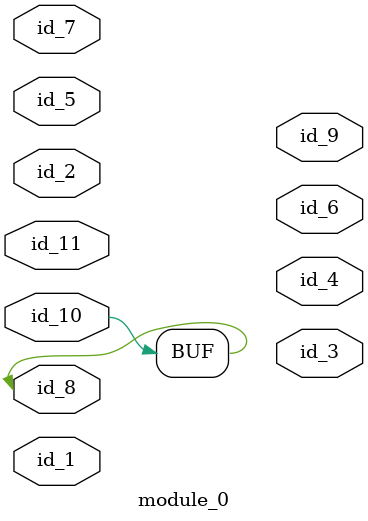
<source format=v>
module module_0 (
    id_1,
    id_2,
    id_3,
    id_4,
    id_5,
    id_6,
    id_7,
    id_8,
    id_9,
    id_10,
    id_11
);
  inout id_11;
  inout id_10;
  output id_9;
  inout id_8;
  input id_7;
  output id_6;
  inout id_5;
  output id_4;
  output id_3;
  inout id_2;
  inout id_1;
  assign id_8 = id_10;
endmodule

</source>
